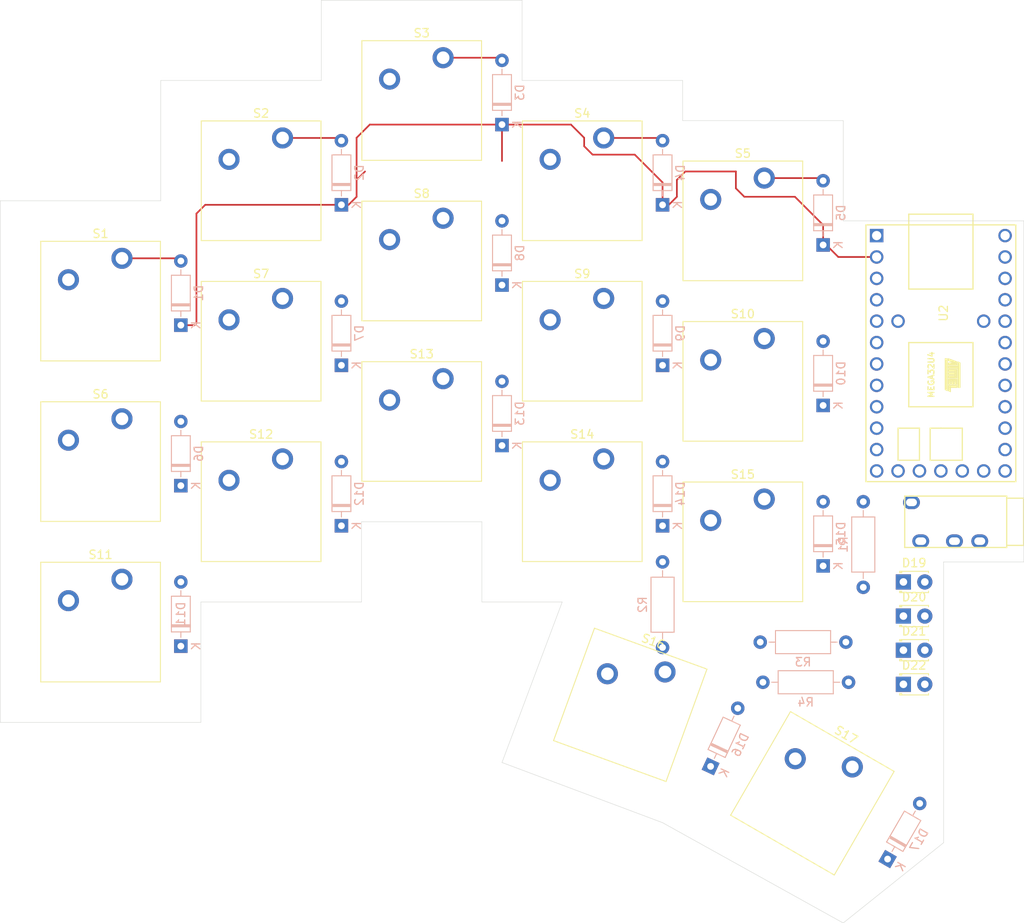
<source format=kicad_pcb>
(kicad_pcb (version 20240108) (generator "pcbnew") (generator_version "8.0")
  (layers (0 "F.Cu" signal) (31 "B.Cu" signal) (34 "B.Paste" user) (35 "F.Paste" user) (36 "B.SilkS" user "B.Silkscreen") (37 "F.SilkS" user "F.Silkscreen") (38 "B.Mask" user) (39 "F.Mask" user) (44 "Edge.Cuts" user))
  (net 0 "")
  (net 1 "Net-(D1-A)")
  (net 2 "ROW1")
  (net 3 "Net-(D2-A)")
  (net 4 "Net-(D3-A)")
  (net 5 "Net-(D4-A)")
  (net 6 "Net-(D5-A)")
  (net 7 "Net-(D6-A)")
  (net 8 "ROW2")
  (net 9 "Net-(D7-A)")
  (net 10 "Net-(D8-A)")
  (net 11 "Net-(D9-A)")
  (net 12 "Net-(D10-A)")
  (net 13 "Net-(D11-A)")
  (net 14 "ROW3")
  (net 15 "Net-(D12-A)")
  (net 16 "Net-(D13-A)")
  (net 17 "Net-(D14-A)")
  (net 18 "Net-(D15-A)")
  (net 19 "ROW4")
  (net 20 "Net-(D16-A)")
  (net 21 "Net-(D17-A)")
  (net 22 "GND")
  (net 23 "LED1")
  (net 24 "LED2")
  (net 25 "LED3")
  (net 26 "LED4")
  (net 27 "COL1")
  (net 28 "COL2")
  (net 29 "COL3")
  (net 30 "COL4")
  (net 31 "RO5")
  (net 32 "VCC")
  (net 33 "SDA")
  (net 34 "SCL")
  (net 46 "COL5")
  (net 51 "Net-(D19-K)")
  (net 52 "Net-(D20-K)")
  (net 53 "Net-(D21-K)")
  (net 54 "Net-(D22-K)")
  (footprint "ScottoKeebs_MX:MX_PCB_1.00u" (layer "F.Cu") (at 123.825 61.9125)
    (property "Reference" "S10" (at 0 -8 0) (layer "F.SilkS"))
    (property "Value" "Keyswitch")
    (pad "" np_thru_hole circle (at -5.08 0) (size 1.75 1.75) (drill 1.75) (layers "*.Cu" "*.Mask"))
    (pad "" np_thru_hole circle (at 0 0) (size 4 4) (drill 4) (layers "*.Cu" "*.Mask"))
    (pad "" np_thru_hole circle (at 5.08 0) (size 1.75 1.75) (drill 1.75) (layers "*.Cu" "*.Mask"))
    (pad "1" thru_hole circle (at -3.81 -2.54) (size 2.5 2.5) (drill 1.5) (layers "*.Cu" "*.Mask") (net 31 "RO5"))
    (pad "2" thru_hole circle (at 2.54 -5.08) (size 2.5 2.5) (drill 1.5) (layers "*.Cu" "*.Mask") (net 12 "Net-(D10-A)"))
  )
  (footprint "LED_THT:LED_D1.8mm_W3.3mm_H2.4mm" (layer "F.Cu") (at 142.875 89.775)
    (property "Reference" "D20" (at 1.27 -2.26 0) (layer "F.SilkS"))
    (property "Value" "LED")
    (pad "1" thru_hole rect (at 0 0) (size 1.8 1.8) (drill 0.9) (layers "*.Cu" "*.Mask") (net 52 "Net-(D20-K)"))
    (pad "2" thru_hole circle (at 2.54 0) (size 1.8 1.8) (drill 0.9) (layers "*.Cu" "*.Mask") (net 24 "LED2"))
  )
  (footprint "teensy.pretty-master:Teensy2.0" (layer "F.Cu") (at 147.32 58.57875 -90)
    (property "Reference" "U2" (at -4.7625 -0.3175 90) (layer "F.SilkS"))
    (property "Value" "Teensy2.0_(C)")
    (fp_text user "MEGA32U4" (at 2.54 1.143 90) (layer "F.SilkS") (effects (font (size 0.7 0.7))))
    (pad "1" thru_hole rect (at -13.97 7.62 270) (size 1.6 1.6) (drill 1.1) (layers "*.Cu" "*.Mask") (net 22 "GND"))
    (pad "2" thru_hole circle (at -11.43 7.62 270) (size 1.6 1.6) (drill 1.1) (layers "*.Cu" "*.Mask") (net 2 "ROW1"))
    (pad "3" thru_hole circle (at -8.89 7.62 270) (size 1.6 1.6) (drill 1.1) (layers "*.Cu" "*.Mask") (net 8 "ROW2"))
    (pad "4" thru_hole circle (at -6.35 7.62 270) (size 1.6 1.6) (drill 1.1) (layers "*.Cu" "*.Mask") (net 14 "ROW3"))
    (pad "5" thru_hole circle (at -3.81 7.62 270) (size 1.6 1.6) (drill 1.1) (layers "*.Cu" "*.Mask") (net 19 "ROW4"))
    (pad "6" thru_hole circle (at -1.27 7.62 270) (size 1.6 1.6) (drill 1.1) (layers "*.Cu" "*.Mask"))
    (pad "7" thru_hole circle (at 1.27 7.62 270) (size 1.6 1.6) (drill 1.1) (layers "*.Cu" "*.Mask") (net 34 "SCL"))
    (pad "8" thru_hole circle (at 3.81 7.62 270) (size 1.6 1.6) (drill 1.1) (layers "*.Cu" "*.Mask") (net 33 "SDA"))
    (pad "9" thru_hole circle (at 6.35 7.62 270) (size 1.6 1.6) (drill 1.1) (layers "*.Cu" "*.Mask"))
    (pad "10" thru_hole circle (at 8.89 7.62 270) (size 1.6 1.6) (drill 1.1) (layers "*.Cu" "*.Mask"))
    (pad "11" thru_hole circle (at 11.43 7.62 270) (size 1.6 1.6) (drill 1.1) (layers "*.Cu" "*.Mask") (net 23 "LED1"))
    (pad "12" thru_hole circle (at 13.97 7.62 270) (size 1.6 1.6) (drill 1.1) (layers "*.Cu" "*.Mask") (net 24 "LED2"))
    (pad "13" thru_hole circle (at 13.97 5.08 270) (size 1.6 1.6) (drill 1.1) (layers "*.Cu" "*.Mask"))
    (pad "14" thru_hole circle (at 13.97 2.54 270) (size 1.6 1.6) (drill 1.1) (layers "*.Cu" "*.Mask") (net 32 "VCC"))
    (pad "15" thru_hole circle (at 13.97 0 270) (size 1.6 1.6) (drill 1.1) (layers "*.Cu" "*.Mask") (net 22 "GND"))
    (pad "16" thru_hole circle (at 13.97 -2.54 270) (size 1.6 1.6) (drill 1.1) (layers "*.Cu" "*.Mask"))
    (pad "17" thru_hole circle (at 13.97 -5.08 270) (size 1.6 1.6) (drill 1.1) (layers "*.Cu" "*.Mask"))
    (pad "18" thru_hole circle (at 13.97 -7.62 270) (size 1.6 1.6) (drill 1.1) (layers "*.Cu" "*.Mask"))
    (pad "19" thru_hole circle (at 11.43 -7.62 270) (size 1.6 1.6) (drill 1.1) (layers "*.Cu" "*.Mask"))
    (pad "20" thru_hole circle (at 8.89 -7.62 270) (size 1.6 1.6) (drill 1.1) (layers "*.Cu" "*.Mask"))
    (pad "21" thru_hole circle (at 6.35 -7.62 270) (size 1.6 1.6) (drill 1.1) (layers "*.Cu" "*.Mask"))
    (pad "22" thru_hole circle (at 3.81 -7.62 270) (size 1.6 1.6) (drill 1.1) (layers "*.Cu" "*.Mask"))
    (pad "23" thru_hole circle (at 1.27 -7.62 270) (size 1.6 1.6) (drill 1.1) (layers "*.Cu" "*.Mask"))
    (pad "24" thru_hole circle (at -1.27 -7.62 270) (size 1.6 1.6) (drill 1.1) (layers "*.Cu" "*.Mask") (net 46 "COL5"))
    (pad "25" thru_hole circle (at -3.81 -7.62 270) (size 1.6 1.6) (drill 1.1) (layers "*.Cu" "*.Mask") (net 30 "COL4"))
    (pad "26" thru_hole circle (at -6.35 -7.62 270) (size 1.6 1.6) (drill 1.1) (layers "*.Cu" "*.Mask") (net 29 "COL3"))
    (pad "27" thru_hole circle (at -8.89 -7.62 270) (size 1.6 1.6) (drill 1.1) (layers "*.Cu" "*.Mask") (net 28 "COL2"))
    (pad "28" thru_hole circle (at -11.43 -7.62 270) (size 1.6 1.6) (drill 1.1) (layers "*.Cu" "*.Mask") (net 27 "COL1"))
    (pad "29" thru_hole circle (at -13.97 -7.62 270) (size 1.6 1.6) (drill 1.1) (layers "*.Cu" "*.Mask"))
    (pad "30" thru_hole circle (at -3.81 5.08 270) (size 1.6 1.6) (drill 1.1) (layers "*.Cu" "*.Mask"))
    (pad "31" thru_hole circle (at -3.81 -5.08 270) (size 1.6 1.6) (drill 1.1) (layers "*.Cu" "*.Mask"))
  )
  (footprint "ScottoKeebs_MX:MX_PCB_1.00u" (layer "F.Cu") (at 66.675 76.2)
    (property "Reference" "S12" (at 0 -8 0) (layer "F.SilkS"))
    (property "Value" "Keyswitch")
    (pad "" np_thru_hole circle (at -5.08 0) (size 1.75 1.75) (drill 1.75) (layers "*.Cu" "*.Mask"))
    (pad "" np_thru_hole circle (at 0 0) (size 4 4) (drill 4) (layers "*.Cu" "*.Mask"))
    (pad "" np_thru_hole circle (at 5.08 0) (size 1.75 1.75) (drill 1.75) (layers "*.Cu" "*.Mask"))
    (pad "1" thru_hole circle (at -3.81 -2.54) (size 2.5 2.5) (drill 1.5) (layers "*.Cu" "*.Mask") (net 28 "COL2"))
    (pad "2" thru_hole circle (at 2.54 -5.08) (size 2.5 2.5) (drill 1.5) (layers "*.Cu" "*.Mask") (net 15 "Net-(D12-A)"))
  )
  (footprint "ScottoKeebs_MX:MX_PCB_1.00u" (layer "F.Cu") (at 132.073892 110.813608 -30)
    (property "Reference" "S17" (at 0 -8 150) (layer "F.SilkS"))
    (property "Value" "Keyswitch")
    (pad "" np_thru_hole circle (at -5.080001 0 330) (size 1.75 1.75) (drill 1.75) (layers "*.Cu" "*.Mask"))
    (pad "" np_thru_hole circle (at 0 0 330) (size 4 4) (drill 4) (layers "*.Cu" "*.Mask"))
    (pad "" np_thru_hole circle (at 5.080001 0 330) (size 1.75 1.75) (drill 1.75) (layers "*.Cu" "*.Mask"))
    (pad "1" thru_hole circle (at -3.81 -2.54 330) (size 2.5 2.5) (drill 1.5) (layers "*.Cu" "*.Mask") (net 30 "COL4"))
    (pad "2" thru_hole circle (at 2.54 -5.08 330) (size 2.5 2.5) (drill 1.5) (layers "*.Cu" "*.Mask") (net 21 "Net-(D17-A)"))
  )
  (footprint "ScottoKeebs_Components:TRRS_PJ-320A" (layer "F.Cu") (at 155.13125 78.58125 -90)
    (property "Reference" "U1")
    (property "Value" "TRRS")
    (pad "" np_thru_hole circle (at 0 1.6 270) (size 0.8 0.8) (drill 0.8) (layers "*.Cu" "*.Mask"))
    (pad "" np_thru_hole circle (at 0 8.6 270) (size 0.8 0.8) (drill 0.8) (layers "*.Cu" "*.Mask"))
    (pad "1" thru_hole oval (at -2.3 11.3 270) (size 1.6 2) (drill oval 0.9 1.3) (layers "*.Cu" "*.Mask") (net 22 "GND"))
    (pad "2" thru_hole oval (at 2.3 10.2 270) (size 1.6 2) (drill oval 0.9 1.3) (layers "*.Cu" "*.Mask") (net 32 "VCC"))
    (pad "3" thru_hole oval (at 2.3 6.2 270) (size 1.6 2) (drill oval 0.9 1.3) (layers "*.Cu" "*.Mask") (net 34 "SCL"))
    (pad "4" thru_hole oval (at 2.3 3.2 270) (size 1.6 2) (drill oval 0.9 1.3) (layers "*.Cu" "*.Mask") (net 33 "SDA"))
  )
  (footprint "LED_THT:LED_D1.8mm_W3.3mm_H2.4mm" (layer "F.Cu") (at 142.875 93.825)
    (property "Reference" "D21" (at 1.27 -2.26 0) (layer "F.SilkS"))
    (property "Value" "LED")
    (pad "1" thru_hole rect (at 0 0) (size 1.8 1.8) (drill 0.9) (layers "*.Cu" "*.Mask") (net 53 "Net-(D21-K)"))
    (pad "2" thru_hole circle (at 2.54 0) (size 1.8 1.8) (drill 0.9) (layers "*.Cu" "*.Mask") (net 25 "LED3"))
  )
  (footprint "ScottoKeebs_MX:MX_PCB_1.00u" (layer "F.Cu") (at 85.725 47.625)
    (property "Reference" "S8" (at 0 -8 0) (layer "F.SilkS"))
    (property "Value" "Keyswitch")
    (pad "" np_thru_hole circle (at -5.08 0) (size 1.75 1.75) (drill 1.75) (layers "*.Cu" "*.Mask"))
    (pad "" np_thru_hole circle (at 0 0) (size 4 4) (drill 4) (layers "*.Cu" "*.Mask"))
    (pad "" np_thru_hole circle (at 5.08 0) (size 1.75 1.75) (drill 1.75) (layers "*.Cu" "*.Mask"))
    (pad "1" thru_hole circle (at -3.81 -2.54) (size 2.5 2.5) (drill 1.5) (layers "*.Cu" "*.Mask") (net 29 "COL3"))
    (pad "2" thru_hole circle (at 2.54 -5.08) (size 2.5 2.5) (drill 1.5) (layers "*.Cu" "*.Mask") (net 10 "Net-(D8-A)"))
  )
  (footprint "ScottoKeebs_MX:MX_PCB_1.00u" (layer "F.Cu") (at 104.775 76.2)
    (property "Reference" "S14" (at 0 -8 0) (layer "F.SilkS"))
    (property "Value" "Keyswitch")
    (pad "" np_thru_hole circle (at -5.08 0) (size 1.75 1.75) (drill 1.75) (layers "*.Cu" "*.Mask"))
    (pad "" np_thru_hole circle (at 0 0) (size 4 4) (drill 4) (layers "*.Cu" "*.Mask"))
    (pad "" np_thru_hole circle (at 5.08 0) (size 1.75 1.75) (drill 1.75) (layers "*.Cu" "*.Mask"))
    (pad "1" thru_hole circle (at -3.81 -2.54) (size 2.5 2.5) (drill 1.5) (layers "*.Cu" "*.Mask") (net 30 "COL4"))
    (pad "2" thru_hole circle (at 2.54 -5.08) (size 2.5 2.5) (drill 1.5) (layers "*.Cu" "*.Mask") (net 17 "Net-(D14-A)"))
  )
  (footprint "ScottoKeebs_MX:MX_PCB_1.00u" (layer "F.Cu") (at 66.675 57.15)
    (property "Reference" "S7" (at 0 -8 0) (layer "F.SilkS"))
    (property "Value" "Keyswitch")
    (pad "" np_thru_hole circle (at -5.08 0) (size 1.75 1.75) (drill 1.75) (layers "*.Cu" "*.Mask"))
    (pad "" np_thru_hole circle (at 0 0) (size 4 4) (drill 4) (layers "*.Cu" "*.Mask"))
    (pad "" np_thru_hole circle (at 5.08 0) (size 1.75 1.75) (drill 1.75) (layers "*.Cu" "*.Mask"))
    (pad "1" thru_hole circle (at -3.81 -2.54) (size 2.5 2.5) (drill 1.5) (layers "*.Cu" "*.Mask") (net 28 "COL2"))
    (pad "2" thru_hole circle (at 2.54 -5.08) (size 2.5 2.5) (drill 1.5) (layers "*.Cu" "*.Mask") (net 9 "Net-(D7-A)"))
  )
  (footprint "LED_THT:LED_D1.8mm_W3.3mm_H2.4mm" (layer "F.Cu") (at 142.875 85.725)
    (property "Reference" "D19" (at 1.27 -2.26 0) (layer "F.SilkS"))
    (property "Value" "LED")
    (pad "1" thru_hole rect (at 0 0) (size 1.8 1.8) (drill 0.9) (layers "*.Cu" "*.Mask") (net 51 "Net-(D19-K)"))
    (pad "2" thru_hole circle (at 2.54 0) (size 1.8 1.8) (drill 0.9) (layers "*.Cu" "*.Mask") (net 23 "LED1"))
  )
  (footprint "ScottoKeebs_MX:MX_PCB_1.00u" (layer "F.Cu") (at 47.625 52.3875)
    (property "Reference" "S1" (at 0 -8 0) (layer "F.SilkS"))
    (property "Value" "Keyswitch")
    (pad "" np_thru_hole circle (at -5.08 0) (size 1.75 1.75) (drill 1.75) (layers "*.Cu" "*.Mask"))
    (pad "" np_thru_hole circle (at 0 0) (size 4 4) (drill 4) (layers "*.Cu" "*.Mask"))
    (pad "" np_thru_hole circle (at 5.08 0) (size 1.75 1.75) (drill 1.75) (layers "*.Cu" "*.Mask"))
    (pad "1" thru_hole circle (at -3.81 -2.54) (size 2.5 2.5) (drill 1.5) (layers "*.Cu" "*.Mask") (net 27 "COL1"))
    (pad "2" thru_hole circle (at 2.54 -5.08) (size 2.5 2.5) (drill 1.5) (layers "*.Cu" "*.Mask") (net 1 "Net-(D1-A)"))
  )
  (footprint "ScottoKeebs_MX:MX_PCB_1.00u" (layer "F.Cu") (at 104.775 38.1)
    (property "Reference" "S4" (at 0 -8 0) (layer "F.SilkS"))
    (property "Value" "Keyswitch")
    (pad "" np_thru_hole circle (at -5.08 0) (size 1.75 1.75) (drill 1.75) (layers "*.Cu" "*.Mask"))
    (pad "" np_thru_hole circle (at 0 0) (size 4 4) (drill 4) (layers "*.Cu" "*.Mask"))
    (pad "" np_thru_hole circle (at 5.08 0) (size 1.75 1.75) (drill 1.75) (layers "*.Cu" "*.Mask"))
    (pad "1" thru_hole circle (at -3.81 -2.54) (size 2.5 2.5) (drill 1.5) (layers "*.Cu" "*.Mask") (net 30 "COL4"))
    (pad "2" thru_hole circle (at 2.54 -5.08) (size 2.5 2.5) (drill 1.5) (layers "*.Cu" "*.Mask") (net 5 "Net-(D4-A)"))
  )
  (footprint "ScottoKeebs_MX:MX_PCB_1.00u" (layer "F.Cu") (at 123.825 80.9625)
    (property "Reference" "S15" (at 0 -8 0) (layer "F.SilkS"))
    (property "Value" "Keyswitch")
    (pad "" np_thru_hole circle (at -5.08 0) (size 1.75 1.75) (drill 1.75) (layers "*.Cu" "*.Mask"))
    (pad "" np_thru_hole circle (at 0 0) (size 4 4) (drill 4) (layers "*.Cu" "*.Mask"))
    (pad "" np_thru_hole circle (at 5.08 0) (size 1.75 1.75) (drill 1.75) (layers "*.Cu" "*.Mask"))
    (pad "1" thru_hole circle (at -3.81 -2.54) (size 2.5 2.5) (drill 1.5) (layers "*.Cu" "*.Mask") (net 31 "RO5"))
    (pad "2" thru_hole circle (at 2.54 -5.08) (size 2.5 2.5) (drill 1.5) (layers "*.Cu" "*.Mask") (net 18 "Net-(D15-A)"))
  )
  (footprint "ScottoKeebs_MX:MX_PCB_1.00u" (layer "F.Cu") (at 47.625 90.4875)
    (property "Reference" "S11" (at 0 -8 0) (layer "F.SilkS"))
    (property "Value" "Keyswitch")
    (pad "" np_thru_hole circle (at -5.08 0) (size 1.75 1.75) (drill 1.75) (layers "*.Cu" "*.Mask"))
    (pad "" np_thru_hole circle (at 0 0) (size 4 4) (drill 4) (layers "*.Cu" "*.Mask"))
    (pad "" np_thru_hole circle (at 5.08 0) (size 1.75 1.75) (drill 1.75) (layers "*.Cu" "*.Mask"))
    (pad "1" thru_hole circle (at -3.81 -2.54) (size 2.5 2.5) (drill 1.5) (layers "*.Cu" "*.Mask") (net 27 "COL1"))
    (pad "2" thru_hole circle (at 2.54 -5.08) (size 2.5 2.5) (drill 1.5) (layers "*.Cu" "*.Mask") (net 13 "Net-(D11-A)"))
  )
  (footprint "ScottoKeebs_MX:MX_PCB_1.00u" (layer "F.Cu") (at 123.825 42.8625)
    (property "Reference" "S5" (at 0 -8 0) (layer "F.SilkS"))
    (property "Value" "Keyswitch")
    (pad "" np_thru_hole circle (at -5.08 0) (size 1.75 1.75) (drill 1.75) (layers "*.Cu" "*.Mask"))
    (pad "" np_thru_hole circle (at 0 0) (size 4 4) (drill 4) (layers "*.Cu" "*.Mask"))
    (pad "" np_thru_hole circle (at 5.08 0) (size 1.75 1.75) (drill 1.75) (layers "*.Cu" "*.Mask"))
    (pad "1" thru_hole circle (at -3.81 -2.54) (size 2.5 2.5) (drill 1.5) (layers "*.Cu" "*.Mask") (net 31 "RO5"))
    (pad "2" thru_hole circle (at 2.54 -5.08) (size 2.5 2.5) (drill 1.5) (layers "*.Cu" "*.Mask") (net 6 "Net-(D5-A)"))
  )
  (footprint "ScottoKeebs_MX:MX_PCB_1.00u" (layer "F.Cu") (at 66.675 38.1)
    (property "Reference" "S2" (at 0 -8 0) (layer "F.SilkS"))
    (property "Value" "Keyswitch")
    (pad "" np_thru_hole circle (at -5.08 0) (size 1.75 1.75) (drill 1.75) (layers "*.Cu" "*.Mask"))
    (pad "" np_thru_hole circle (at 0 0) (size 4 4) (drill 4) (layers "*.Cu" "*.Mask"))
    (pad "" np_thru_hole circle (at 5.08 0) (size 1.75 1.75) (drill 1.75) (layers "*.Cu" "*.Mask"))
    (pad "1" thru_hole circle (at -3.81 -2.54) (size 2.5 2.5) (drill 1.5) (layers "*.Cu" "*.Mask") (net 28 "COL2"))
    (pad "2" thru_hole circle (at 2.54 -5.08) (size 2.5 2.5) (drill 1.5) (layers "*.Cu" "*.Mask") (net 3 "Net-(D2-A)"))
  )
  (footprint "ScottoKeebs_MX:MX_PCB_1.00u" (layer "F.Cu") (at 85.725 66.675)
    (property "Reference" "S13" (at 0 -8 0) (layer "F.SilkS"))
    (property "Value" "Keyswitch")
    (pad "" np_thru_hole circle (at -5.08 0) (size 1.75 1.75) (drill 1.75) (layers "*.Cu" "*.Mask"))
    (pad "" np_thru_hole circle (at 0 0) (size 4 4) (drill 4) (layers "*.Cu" "*.Mask"))
    (pad "" np_thru_hole circle (at 5.08 0) (size 1.75 1.75) (drill 1.75) (layers "*.Cu" "*.Mask"))
    (pad "1" thru_hole circle (at -3.81 -2.54) (size 2.5 2.5) (drill 1.5) (layers "*.Cu" "*.Mask") (net 29 "COL3"))
    (pad "2" thru_hole circle (at 2.54 -5.08) (size 2.5 2.5) (drill 1.5) (layers "*.Cu" "*.Mask") (net 16 "Net-(D13-A)"))
  )
  (footprint "ScottoKeebs_MX:MX_PCB_1.00u" (layer "F.Cu") (at 47.625 71.4375)
    (property "Reference" "S6" (at 0 -8 0) (layer "F.SilkS"))
    (property "Value" "Keyswitch")
    (pad "" np_thru_hole circle (at -5.08 0) (size 1.75 1.75) (drill 1.75) (layers "*.Cu" "*.Mask"))
    (pad "" np_thru_hole circle (at 0 0) (size 4 4) (drill 4) (layers "*.Cu" "*.Mask"))
    (pad "" np_thru_hole circle (at 5.08 0) (size 1.75 1.75) (drill 1.75) (layers "*.Cu" "*.Mask"))
    (pad "1" thru_hole circle (at -3.81 -2.54) (size 2.5 2.5) (drill 1.5) (layers "*.Cu" "*.Mask") (net 27 "COL1"))
    (pad "2" thru_hole circle (at 2.54 -5.08) (size 2.5 2.5) (drill 1.5) (layers "*.Cu" "*.Mask") (net 7 "Net-(D6-A)"))
  )
  (footprint "ScottoKeebs_MX:MX_PCB_1.00u" (layer "F.Cu") (at 110.467831 100.314564 -20)
    (property "Reference" "S16" (at 0 -8 160) (layer "F.SilkS"))
    (property "Value" "Keyswitch")
    (pad "" np_thru_hole circle (at -5.080001 0 340) (size 1.75 1.75) (drill 1.75) (layers "*.Cu" "*.Mask"))
    (pad "" np_thru_hole circle (at 0 0 340) (size 4 4) (drill 4) (layers "*.Cu" "*.Mask"))
    (pad "" np_thru_hole circle (at 5.080001 0 340) (size 1.75 1.75) (drill 1.75) (layers "*.Cu" "*.Mask"))
    (pad "1" thru_hole circle (at -3.809999 -2.54 340) (size 2.5 2.5) (drill 1.5) (layers "*.Cu" "*.Mask") (net 29 "COL3"))
    (pad "2" thru_hole circle (at 2.54 -5.080001 340) (size 2.5 2.5) (drill 1.5) (layers "*.Cu" "*.Mask") (net 20 "Net-(D16-A)"))
  )
  (footprint "LED_THT:LED_D1.8mm_W3.3mm_H2.4mm" (layer "F.Cu") (at 142.875 97.875)
    (property "Reference" "D22" (at 1.27 -2.26 0) (layer "F.SilkS"))
    (property "Value" "LED")
    (pad "1" thru_hole rect (at 0 0) (size 1.8 1.8) (drill 0.9) (layers "*.Cu" "*.Mask") (net 54 "Net-(D22-K)"))
    (pad "2" thru_hole circle (at 2.54 0) (size 1.8 1.8) (drill 0.9) (layers "*.Cu" "*.Mask") (net 26 "LED4"))
  )
  (footprint "ScottoKeebs_MX:MX_PCB_1.00u" (layer "F.Cu") (at 85.725 28.575)
    (property "Reference" "S3" (at 0 -8 0) (layer "F.SilkS"))
    (property "Value" "Keyswitch")
    (pad "" np_thru_hole circle (at -5.08 0) (size 1.75 1.75) (drill 1.75) (layers "*.Cu" "*.Mask"))
    (pad "" np_thru_hole circle (at 0 0) (size 4 4) (drill 4) (layers "*.Cu" "*.Mask"))
    (pad "" np_thru_hole circle (at 5.08 0) (size 1.75 1.75) (drill 1.75) (layers "*.Cu" "*.Mask"))
    (pad "1" thru_hole circle (at -3.81 -2.54) (size 2.5 2.5) (drill 1.5) (layers "*.Cu" "*.Mask") (net 29 "COL3"))
    (pad "2" thru_hole circle (at 2.54 -5.08) (size 2.5 2.5) (drill 1.5) (layers "*.Cu" "*.Mask") (net 4 "Net-(D3-A)"))
  )
  (footprint "ScottoKeebs_MX:MX_PCB_1.00u" (layer "F.Cu") (at 104.775 57.15)
    (property "Reference" "S9" (at 0 -8 0) (layer "F.SilkS"))
    (property "Value" "Keyswitch")
    (pad "" np_thru_hole circle (at -5.08 0) (size 1.75 1.75) (drill 1.75) (layers "*.Cu" "*.Mask"))
    (pad "" np_thru_hole circle (at 0 0) (size 4 4) (drill 4) (layers "*.Cu" "*.Mask"))
    (pad "" np_thru_hole circle (at 5.08 0) (size 1.75 1.75) (drill 1.75) (layers "*.Cu" "*.Mask"))
    (pad "1" thru_hole circle (at -3.81 -2.54) (size 2.5 2.5) (drill 1.5) (layers "*.Cu" "*.Mask") (net 30 "COL4"))
    (pad "2" thru_hole circle (at 2.54 -5.08) (size 2.5 2.5) (drill 1.5) (layers "*.Cu" "*.Mask") (net 11 "Net-(D9-A)"))
  )
  (footprint "ScottoKeebs_Components:Diode_DO-35" (layer "B.Cu") (at 133.35 45.72 90)
    (property "Reference" "D5" (at 3.81 2.12 -90) (layer "B.SilkS") (effects (justify mirror)))
    (property "Value" "Diode")
    (fp_text user "K" (at 0 1.8 -90) (layer "B.SilkS") (effects (justify mirror)))
    (pad "1" thru_hole rect (at 0 0 90) (size 1.6 1.6) (drill 0.8) (layers "*.Cu" "*.Mask") (net 2 "ROW1"))
    (pad "2" thru_hole oval (at 7.62 0 90) (size 1.6 1.6) (drill 0.8) (layers "*.Cu" "*.Mask") (net 6 "Net-(D5-A)"))
  )
  (footprint "ScottoKeebs_Components:Diode_DO-35" (layer "B.Cu") (at 57.15 74.295 90)
    (property "Reference" "D6" (at 3.81 2.12 -90) (layer "B.SilkS") (effects (justify mirror)))
    (property "Value" "Diode")
    (fp_text user "K" (at 0 1.8 -90) (layer "B.SilkS") (effects (justify mirror)))
    (pad "1" thru_hole rect (at 0 0 90) (size 1.6 1.6) (drill 0.8) (layers "*.Cu" "*.Mask") (net 8 "ROW2"))
    (pad "2" thru_hole oval (at 7.62 0 90) (size 1.6 1.6) (drill 0.8) (layers "*.Cu" "*.Mask") (net 7 "Net-(D6-A)"))
  )
  (footprint "Resistor_THT:R_Axial_DIN0207_L6.3mm_D2.5mm_P10.16mm_Horizontal" (layer "B.Cu") (at 114.3 83.34375 -90)
    (property "Reference" "R2" (at 5.08 2.37 90) (layer "B.SilkS") (effects (justify mirror)))
    (property "Value" "Resistor")
    (pad "1" thru_hole circle (at 0 0 270) (size 1.6 1.6) (drill 0.8) (layers "*.Cu" "*.Mask") (net 22 "GND"))
    (pad "2" thru_hole oval (at 10.16 0 270) (size 1.6 1.6) (drill 0.8) (layers "*.Cu" "*.Mask") (net 52 "Net-(D20-K)"))
  )
  (footprint "ScottoKeebs_Components:Diode_DO-35" (layer "B.Cu") (at 95.25 31.4325 90)
    (property "Reference" "D3" (at 3.81 2.12 -90) (layer "B.SilkS") (effects (justify mirror)))
    (property "Value" "Diode")
    (fp_text user "K" (at 0 1.8 -90) (layer "B.SilkS") (effects (justify mirror)))
    (pad "1" thru_hole rect (at 0 0 90) (size 1.6 1.6) (drill 0.8) (layers "*.Cu" "*.Mask") (net 2 "ROW1"))
    (pad "2" thru_hole oval (at 7.62 0 90) (size 1.6 1.6) (drill 0.8) (layers "*.Cu" "*.Mask") (net 4 "Net-(D3-A)"))
  )
  (footprint "ScottoKeebs_Components:Diode_DO-35" (layer "B.Cu") (at 133.35 83.82 90)
    (property "Reference" "D15" (at 3.81 2.12 -90) (layer "B.SilkS") (effects (justify mirror)))
    (property "Value" "Diode")
    (fp_text user "K" (at 0 1.8 -90) (layer "B.SilkS") (effects (justify mirror)))
    (pad "1" thru_hole rect (at 0 0 90) (size 1.6 1.6) (drill 0.8) (layers "*.Cu" "*.Mask") (net 14 "ROW3"))
    (pad "2" thru_hole oval (at 7.62 0 90) (size 1.6 1.6) (drill 0.8) (layers "*.Cu" "*.Mask") (net 18 "Net-(D15-A)"))
  )
  (footprint "ScottoKeebs_Components:Diode_DO-35" (layer "B.Cu") (at 76.2 79.0575 90)
    (property "Reference" "D12" (at 3.81 2.12 -90) (layer "B.SilkS") (effects (justify mirror)))
    (property "Value" "Diode")
    (fp_text user "K" (at 0 1.8 -90) (layer "B.SilkS") (effects (justify mirror)))
    (pad "1" thru_hole rect (at 0 0 90) (size 1.6 1.6) (drill 0.8) (layers "*.Cu" "*.Mask") (net 14 "ROW3"))
    (pad "2" thru_hole oval (at 7.62 0 90) (size 1.6 1.6) (drill 0.8) (layers "*.Cu" "*.Mask") (net 15 "Net-(D12-A)"))
  )
  (footprint "ScottoKeebs_Components:Diode_DO-35" (layer "B.Cu") (at 76.2 40.9575 90)
    (property "Reference" "D2" (at 3.81 2.12 -90) (layer "B.SilkS") (effects (justify mirror)))
    (property "Value" "Diode")
    (fp_text user "K" (at 0 1.8 -90) (layer "B.SilkS") (effects (justify mirror)))
    (pad "1" thru_hole rect (at 0 0 90) (size 1.6 1.6) (drill 0.8) (layers "*.Cu" "*.Mask") (net 2 "ROW1"))
    (pad "2" thru_hole oval (at 7.62 0 90) (size 1.6 1.6) (drill 0.8) (layers "*.Cu" "*.Mask") (net 3 "Net-(D2-A)"))
  )
  (footprint "ScottoKeebs_Components:Diode_DO-35" (layer "B.Cu") (at 114.3 60.0075 90)
    (property "Reference" "D9" (at 3.81 2.12 -90) (layer "B.SilkS") (effects (justify mirror)))
    (property "Value" "Diode")
    (fp_text user "K" (at 0 1.8 -90) (layer "B.SilkS") (effects (justify mirror)))
    (pad "1" thru_hole rect (at 0 0 90) (size 1.6 1.6) (drill 0.8) (layers "*.Cu" "*.Mask") (net 8 "ROW2"))
    (pad "2" thru_hole oval (at 7.62 0 90) (size 1.6 1.6) (drill 0.8) (layers "*.Cu" "*.Mask") (net 11 "Net-(D9-A)"))
  )
  (footprint "ScottoKeebs_Components:Diode_DO-35" (layer "B.Cu") (at 95.25 50.4825 90)
    (property "Reference" "D8" (at 3.81 2.12 -90) (layer "B.SilkS") (effects (justify mirror)))
    (property "Value" "Diode")
    (fp_text user "K" (at 0 1.8 -90) (layer "B.SilkS") (effects (justify mirror)))
    (pad "1" thru_hole rect (at 0 0 90) (size 1.6 1.6) (drill 0.8) (layers "*.Cu" "*.Mask") (net 8 "ROW2"))
    (pad "2" thru_hole oval (at 7.62 0 90) (size 1.6 1.6) (drill 0.8) (layers "*.Cu" "*.Mask") (net 10 "Net-(D8-A)"))
  )
  (footprint "ScottoKeebs_Components:Diode_DO-35" (layer "B.Cu") (at 133.35 64.77 90)
    (property "Reference" "D10" (at 3.81 2.12 -90) (layer "B.SilkS") (effects (justify mirror)))
    (property "Value" "Diode")
    (fp_text user "K" (at 0 1.8 -90) (layer "B.SilkS") (effects (justify mirror)))
    (pad "1" thru_hole rect (at 0 0 90) (size 1.6 1.6) (drill 0.8) (layers "*.Cu" "*.Mask") (net 8 "ROW2"))
    (pad "2" thru_hole oval (at 7.62 0 90) (size 1.6 1.6) (drill 0.8) (layers "*.Cu" "*.Mask") (net 12 "Net-(D10-A)"))
  )
  (footprint "Resistor_THT:R_Axial_DIN0207_L6.3mm_D2.5mm_P10.16mm_Horizontal" (layer "B.Cu") (at 125.88875 92.86875)
    (property "Reference" "R3" (at 5.08 2.37 360) (layer "B.SilkS") (effects (justify mirror)))
    (property "Value" "Resistor")
    (pad "1" thru_hole circle (at 0 0) (size 1.6 1.6) (drill 0.8) (layers "*.Cu" "*.Mask") (net 22 "GND"))
    (pad "2" thru_hole oval (at 10.16 0) (size 1.6 1.6) (drill 0.8) (layers "*.Cu" "*.Mask") (net 53 "Net-(D21-K)"))
  )
  (footprint "Resistor_THT:R_Axial_DIN0207_L6.3mm_D2.5mm_P10.16mm_Horizontal" (layer "B.Cu") (at 138.1125 76.2 -90)
    (property "Reference" "R1" (at 5.08 2.37 90) (layer "B.SilkS") (effects (justify mirror)))
    (property "Value" "Resistor")
    (pad "1" thru_hole circle (at 0 0 270) (size 1.6 1.6) (drill 0.8) (layers "*.Cu" "*.Mask") (net 22 "GND"))
    (pad "2" thru_hole oval (at 10.16 0 270) (size 1.6 1.6) (drill 0.8) (layers "*.Cu" "*.Mask") (net 51 "Net-(D19-K)"))
  )
  (footprint "ScottoKeebs_Components:Diode_DO-35" (layer "B.Cu") (at 57.15 55.245 90)
    (property "Reference" "D1" (at 3.81 2.12 -90) (layer "B.SilkS") (effects (justify mirror)))
    (property "Value" "Diode")
    (fp_text user "K" (at 0 1.8 -90) (layer "B.SilkS") (effects (justify mirror)))
    (pad "1" thru_hole rect (at 0 0 90) (size 1.6 1.6) (drill 0.8) (layers "*.Cu" "*.Mask") (net 2 "ROW1"))
    (pad "2" thru_hole oval (at 7.62 0 90) (size 1.6 1.6) (drill 0.8) (layers "*.Cu" "*.Mask") (net 1 "Net-(D1-A)"))
  )
  (footprint "Resistor_THT:R_Axial_DIN0207_L6.3mm_D2.5mm_P10.16mm_Horizontal" (layer "B.Cu") (at 126.20625 97.63125)
    (property "Reference" "R4" (at 5.08 2.37 360) (layer "B.SilkS") (effects (justify mirror)))
    (property "Value" "Resistor")
    (pad "1" thru_hole circle (at 0 0) (size 1.6 1.6) (drill 0.8) (layers "*.Cu" "*.Mask") (net 22 "GND"))
    (pad "2" thru_hole oval (at 10.16 0) (size 1.6 1.6) (drill 0.8) (layers "*.Cu" "*.Mask") (net 54 "Net-(D22-K)"))
  )
  (footprint "ScottoKeebs_Components:Diode_DO-35" (layer "B.Cu") (at 120 107.61875 65)
    (property "Reference" "D16" (at 3.81 2.120001 65) (layer "B.SilkS") (effects (justify mirror)))
    (property "Value" "Diode")
    (fp_text user "K" (at -0.000002 1.800001 65) (layer "B.SilkS") (effects (justify mirror)))
    (pad "1" thru_hole rect (at 0 0 65) (size 1.6 1.6) (drill 0.8) (layers "*.Cu" "*.Mask") (net 19 "ROW4"))
    (pad "2" thru_hole oval (at 7.620001 0 65) (size 1.6 1.6) (drill 0.8) (layers "*.Cu" "*.Mask") (net 20 "Net-(D16-A)"))
  )
  (footprint "ScottoKeebs_Components:Diode_DO-35" (layer "B.Cu") (at 76.2 60.0075 90)
    (property "Reference" "D7" (at 3.81 2.12 -90) (layer "B.SilkS") (effects (justify mirror)))
    (property "Value" "Diode")
    (fp_text user "K" (at 0 1.8 -90) (layer "B.SilkS") (effects (justify mirror)))
    (pad "1" thru_hole rect (at 0 0 90) (size 1.6 1.6) (drill 0.8) (layers "*.Cu" "*.Mask") (net 8 "ROW2"))
    (pad "2" thru_hole oval (at 7.62 0 90) (size 1.6 1.6) (drill 0.8) (layers "*.Cu" "*.Mask") (net 9 "Net-(D7-A)"))
  )
  (footprint "ScottoKeebs_Components:Diode_DO-35" (layer "B.Cu") (at 114.3 40.9575 90)
    (property "Reference" "D4" (at 3.81 2.12 -90) (layer "B.SilkS") (effects (justify mirror)))
    (property "Value" "Diode")
    (fp_text user "K" (at 0 1.8 -90) (layer "B.SilkS") (effects (justify mirror)))
    (pad "1" thru_hole rect (at 0 0 90) (size 1.6 1.6) (drill 0.8) (layers "*.Cu" "*.Mask") (net 2 "ROW1"))
    (pad "2" thru_hole oval (at 7.62 0 90) (size 1.6 1.6) (drill 0.8) (layers "*.Cu" "*.Mask") (net 5 "Net-(D4-A)"))
  )
  (footprint "ScottoKeebs_Components:Diode_DO-35" (layer "B.Cu") (at 141 118.61875 60)
    (property "Reference" "D17" (at 3.81 2.12 60) (layer "B.SilkS") (effects (justify mirror)))
    (property "Value" "Diode")
    (fp_text user "K" (at 0 1.8 60) (layer "B.SilkS") (effects (justify mirror)))
    (pad "1" thru_hole rect (at 0 0 60) (size 1.6 1.6) (drill 0.8) (layers "*.Cu" "*.Mask") (net 19 "ROW4"))
    (pad "2" thru_hole oval (at 7.62 0 60) (size 1.6 1.6) (drill 0.8) (layers "*.Cu" "*.Mask") (net 21 "Net-(D17-A)"))
  )
  (footprint "ScottoKeebs_Components:Diode_DO-35" (layer "B.Cu") (at 95.25 69.5325 90)
    (property "Reference" "D13" (at 3.81 2.12 -90) (layer "B.SilkS") (effects (justify mirror)))
    (property "Value" "Diode")
    (fp_text user "K" (at 0 1.8 -90) (layer "B.SilkS") (effects (justify mirror)))
    (pad "1" thru_hole rect (at 0 0 90) (size 1.6 1.6) (drill 0.8) (layers "*.Cu" "*.Mask") (net 14 "ROW3"))
    (pad "2" thru_hole oval (at 7.62 0 90) (size 1.6 1.6) (drill 0.8) (layers "*.Cu" "*.Mask") (net 16 "Net-(D13-A)"))
  )
  (footprint "ScottoKeebs_Components:Diode_DO-35" (layer "B.Cu") (at 57.15 93.345 90)
    (property "Reference" "D11" (at 3.81 0 -90) (layer "B.SilkS") (effects (justify mirror)))
    (property "Value" "Diode")
    (fp_text user "K" (at 0 1.8 -90) (layer "B.SilkS") (effects (justify mirror)))
    (pad "1" thru_hole rect (at 0 0 90) (size 1.6 1.6) (drill 0.8) (layers "*.Cu" "*.Mask") (net 14 "ROW3"))
    (pad "2" thru_hole oval (at 7.62 0 90) (size 1.6 1.6) (drill 0.8) (layers "*.Cu" "*.Mask") (net 13 "Net-(D11-A)"))
  )
  (footprint "ScottoKeebs_Components:Diode_DO-35" (layer "B.Cu") (at 114.3 79.0575 90)
    (property "Reference" "D14" (at 3.81 2.12 -90) (layer "B.SilkS") (effects (justify mirror)))
    (property "Value" "Diode")
    (fp_text user "K" (at 0 1.8 -90) (layer "B.SilkS") (effects (justify mirror)))
    (pad "1" thru_hole rect (at 0 0 90) (size 1.6 1.6) (drill 0.8) (layers "*.Cu" "*.Mask") (net 14 "ROW3"))
    (pad "2" thru_hole oval (at 7.62 0 90) (size 1.6 1.6) (drill 0.8) (layers "*.Cu" "*.Mask") (net 17 "Net-(D14-A)"))
  )
  (gr_line (start 54.76875 26.19375) (end 73.81875 26.19375) (stroke (width 0.05)) (layer "Edge.Cuts"))
  (gr_line (start 92.86875 88.10625) (end 102.39375 88.10625) (stroke (width 0.05)) (layer "Edge.Cuts"))
  (gr_line (start 59.53125 88.10625) (end 78.58125 88.10625) (stroke (width 0.05)) (layer "Edge.Cuts"))
  (gr_line (start 54.76875 40.48125) (end 54.76875 26.19375) (stroke (width 0.05)) (layer "Edge.Cuts"))
  (gr_line (start 73.81875 16.66875) (end 97.63125 16.66875) (stroke (width 0.05)) (layer "Edge.Cuts"))
  (gr_line (start 147.6375 83.34375) (end 147.6375 116.68125) (stroke (width 0.05)) (layer "Edge.Cuts"))
  (gr_line (start 97.63125 16.66875) (end 97.63125 26.19375) (stroke (width 0.05)) (layer "Edge.Cuts"))
  (gr_line (start 147.6375 116.68125) (end 135.73125 126.20625) (stroke (width 0.05)) (layer "Edge.Cuts"))
  (gr_line (start 78.58125 88.10625) (end 78.58125 78.58125) (stroke (width 0.05)) (layer "Edge.Cuts"))
  (gr_line (start 97.63125 26.19375) (end 116.68125 26.19375) (stroke (width 0.05)) (layer "Edge.Cuts"))
  (gr_line (start 35.71875 102.39375) (end 59.53125 102.39375) (stroke (width 0.05)) (layer "Edge.Cuts"))
  (gr_line (start 135.73125 42.8625) (end 157.1625 42.8625) (stroke (width 0.05)) (layer "Edge.Cuts"))
  (gr_line (start 92.86875 78.58125) (end 92.86875 88.10625) (stroke (width 0.05)) (layer "Edge.Cuts"))
  (gr_line (start 114.3 114.3) (end 135.73125 126.20625) (stroke (width 0.05)) (layer "Edge.Cuts"))
  (gr_line (start 73.81875 26.19375) (end 73.81875 16.66875) (stroke (width 0.05)) (layer "Edge.Cuts"))
  (gr_line (start 95.25 107.15625) (end 114.3 114.3) (stroke (width 0.05)) (layer "Edge.Cuts"))
  (gr_line (start 157.1625 83.34375) (end 147.6375 83.34375) (stroke (width 0.05)) (layer "Edge.Cuts"))
  (gr_line (start 116.68125 26.19375) (end 116.68125 30.95625) (stroke (width 0.05)) (layer "Edge.Cuts"))
  (gr_line (start 35.71875 40.48125) (end 54.76875 40.48125) (stroke (width 0.05)) (layer "Edge.Cuts"))
  (gr_line (start 157.1625 42.8625) (end 157.1625 83.34375) (stroke (width 0.05)) (layer "Edge.Cuts"))
  (gr_line (start 35.71875 102.39375) (end 35.71875 40.48125) (stroke (width 0.05)) (layer "Edge.Cuts"))
  (gr_line (start 116.68125 30.95625) (end 135.73125 30.95625) (stroke (width 0.05)) (layer "Edge.Cuts"))
  (gr_line (start 78.58125 78.58125) (end 92.86875 78.58125) (stroke (width 0.05)) (layer "Edge.Cuts"))
  (gr_line (start 59.53125 102.39375) (end 59.53125 88.10625) (stroke (width 0.05)) (layer "Edge.Cuts"))
  (gr_line (start 135.73125 30.95625) (end 135.73125 42.8625) (stroke (width 0.05)) (layer "Edge.Cuts"))
  (gr_line (start 102.39375 88.10625) (end 95.25 107.15625) (stroke (width 0.05)) (layer "Edge.Cuts"))
  (segment (start 56.8325 47.3075) (end 57.15 47.625) (width 0.2) (layer "F.Cu") (net 1))
  (segment (start 50.165 47.3075) (end 56.8325 47.3075) (width 0.2) (layer "F.Cu") (net 1))
  (segment (start 130 40) (end 133.35 43.35) (width 0.2) (layer "F.Cu") (net 2))
  (segment (start 77.0425 40.9575) (end 78 40) (width 0.2) (layer "F.Cu") (net 2))
  (segment (start 114.3 38.3) (end 114.3 40.9575) (width 0.2) (layer "F.Cu") (net 2))
  (segment (start 106 35) (end 111 35) (width 0.2) (layer "F.Cu") (net 2))
  (segment (start 133.35 45.72) (end 133.72 45.72) (width 0.2) (layer "F.Cu") (net 2))
  (segment (start 78 40) (end 78 33) (width 0.2) (layer "F.Cu") (net 2))
  (segment (start 78 33) (end 79.5675 31.4325) (width 0.2) (layer "F.Cu") (net 2))
  (segment (start 95.25 31.4325) (end 103.4325 31.4325) (width 0.2) (layer "F.Cu") (net 2))
  (segment (start 133.72 45.72) (end 135.14875 47.14875) (width 0.2) (layer "F.Cu") (net 2))
  (segment (start 59 55) (end 59 42) (width 0.2) (layer "F.Cu") (net 2))
  (segment (start 115.0425 40.9575) (end 116 40) (width 0.2) (layer "F.Cu") (net 2))
  (segment (start 59 42) (end 60.0425 40.9575) (width 0.2) (layer "F.Cu") (net 2))
  (segment (start 116 38) (end 117 37) (width 0.2) (layer "F.Cu") (net 2))
  (segment (start 103.4325 31.4325) (end 105 33) (width 0.2) (layer "F.Cu") (net 2))
  (segment (start 76.1575 41) (end 76.2 40.9575) (width 0.2) (layer "F.Cu") (net 2))
  (segment (start 78 38) (end 79 37) (width 0.2) (layer "F.Cu") (net 2))
  (segment (start 95.25 35.75) (end 95.25 31.4325) (width 0.2) (layer "F.Cu") (net 2))
  (segment (start 123 37) (end 123 39) (width 0.2) (layer "F.Cu") (net 2))
  (segment (start 60.0425 40.9575) (end 76.2 40.9575) (width 0.2) (layer "F.Cu") (net 2))
  (segment (start 133.35 43.35) (end 133.35 45.72) (width 0.2) (layer "F.Cu") (net 2))
  (segment (start 58.755 55.245) (end 59 55) (width 0.2) (layer "F.Cu") (net 2))
  (segment (start 111 35) (end 114.3 38.3) (width 0.2) (layer "F.Cu") (net 2))
  (segment (start 105 33) (end 105 34) (width 0.2) (layer "F.Cu") (net 2))
  (segment (start 79.5675 31.4325) (end 95.25 31.4325) (width 0.2) (layer "F.Cu") (net 2))
  (segment (start 105 34) (end 106 35) (width 0.2) (layer "F.Cu") (net 2))
  (segment (start 124 40) (end 130 40) (width 0.2) (layer "F.Cu") (net 2))
  (segment (start 117 37) (end 123 37) (width 0.2) (layer "F.Cu") (net 2))
  (segment (start 123 39) (end 124 40) (width 0.2) (layer "F.Cu") (net 2))
  (segment (start 57.15 55.245) (end 58.755 55.245) (width 0.2) (layer "F.Cu") (net 2))
  (segment (start 116 40) (end 116 38) (width 0.2) (layer "F.Cu") (net 2))
  (segment (start 135.14875 47.14875) (end 139.7 47.14875) (width 0.2) (layer "F.Cu") (net 2))
  (segment (start 76.2 40.9575) (end 77.0425 40.9575) (width 0.2) (layer "F.Cu") (net 2))
  (segment (start 114.3 40.9575) (end 115.0425 40.9575) (width 0.2) (layer "F.Cu") (net 2))
  (segment (start 69.215 33.02) (end 75.8825 33.02) (width 0.2) (layer "F.Cu") (net 3))
  (segment (start 75.8825 33.02) (end 76.2 33.3375) (width 0.2) (layer "F.Cu") (net 3))
  (segment (start 88.265 23.495) (end 94.9325 23.495) (width 0.2) (layer "F.Cu") (net 4))
  (segment (start 94.9325 23.495) (end 95.25 23.8125) (width 0.2) (layer "F.Cu") (net 4))
  (segment (start 113.9825 33.02) (end 114.3 33.3375) (width 0.2) (layer "F.Cu") (net 5))
  (segment (start 107.315 33.02) (end 113.9825 33.02) (width 0.2) (layer "F.Cu") (net 5))
  (segment (start 133.0325 37.7825) (end 133.35 38.1) (width 0.2) (layer "F.Cu") (net 6))
  (segment (start 126.365 37.7825) (end 133.0325 37.7825) (width 0.2) (layer "F.Cu") (net 6))
)
</source>
